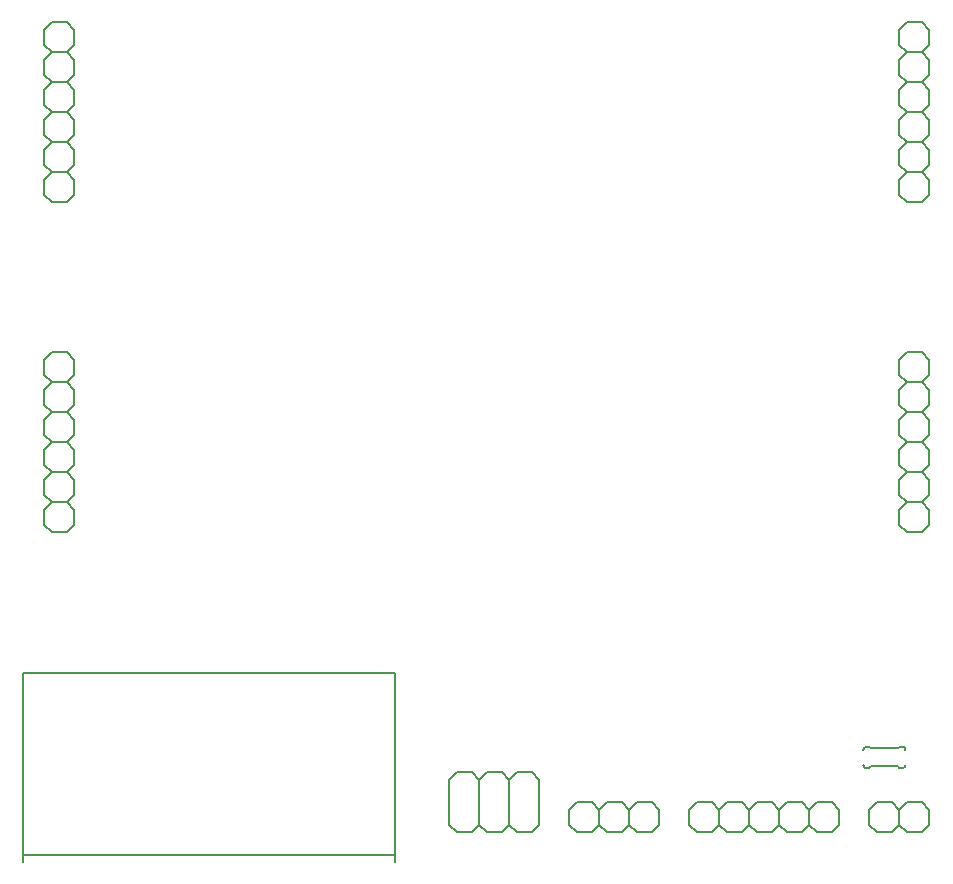
<source format=gto>
G75*
G70*
%OFA0B0*%
%FSLAX24Y24*%
%IPPOS*%
%LPD*%
%AMOC8*
5,1,8,0,0,1.08239X$1,22.5*
%
%ADD10C,0.0050*%
%ADD11C,0.0060*%
D10*
X000400Y002125D02*
X000400Y008425D01*
X012800Y008425D01*
X012800Y002125D01*
X012800Y002375D02*
X000400Y002375D01*
D11*
X001350Y013125D02*
X001100Y013375D01*
X001100Y013875D01*
X001350Y014125D01*
X001100Y014375D01*
X001100Y014875D01*
X001350Y015125D01*
X001850Y015125D01*
X002100Y014875D01*
X002100Y014375D01*
X001850Y014125D01*
X002100Y013875D01*
X002100Y013375D01*
X001850Y013125D01*
X001350Y013125D01*
X001350Y014125D02*
X001850Y014125D01*
X001850Y015125D02*
X002100Y015375D01*
X002100Y015875D01*
X001850Y016125D01*
X002100Y016375D01*
X002100Y016875D01*
X001850Y017125D01*
X002100Y017375D01*
X002100Y017875D01*
X001850Y018125D01*
X002100Y018375D01*
X002100Y018875D01*
X001850Y019125D01*
X001350Y019125D01*
X001100Y018875D01*
X001100Y018375D01*
X001350Y018125D01*
X001850Y018125D01*
X001350Y018125D02*
X001100Y017875D01*
X001100Y017375D01*
X001350Y017125D01*
X001850Y017125D01*
X001350Y017125D02*
X001100Y016875D01*
X001100Y016375D01*
X001350Y016125D01*
X001850Y016125D01*
X001350Y016125D02*
X001100Y015875D01*
X001100Y015375D01*
X001350Y015125D01*
X001350Y024125D02*
X001100Y024375D01*
X001100Y024875D01*
X001350Y025125D01*
X001100Y025375D01*
X001100Y025875D01*
X001350Y026125D01*
X001850Y026125D01*
X002100Y025875D01*
X002100Y025375D01*
X001850Y025125D01*
X002100Y024875D01*
X002100Y024375D01*
X001850Y024125D01*
X001350Y024125D01*
X001350Y025125D02*
X001850Y025125D01*
X001850Y026125D02*
X002100Y026375D01*
X002100Y026875D01*
X001850Y027125D01*
X002100Y027375D01*
X002100Y027875D01*
X001850Y028125D01*
X002100Y028375D01*
X002100Y028875D01*
X001850Y029125D01*
X002100Y029375D01*
X002100Y029875D01*
X001850Y030125D01*
X001350Y030125D01*
X001100Y029875D01*
X001100Y029375D01*
X001350Y029125D01*
X001850Y029125D01*
X001350Y029125D02*
X001100Y028875D01*
X001100Y028375D01*
X001350Y028125D01*
X001850Y028125D01*
X001350Y028125D02*
X001100Y027875D01*
X001100Y027375D01*
X001350Y027125D01*
X001850Y027125D01*
X001350Y027125D02*
X001100Y026875D01*
X001100Y026375D01*
X001350Y026125D01*
X014850Y005125D02*
X015350Y005125D01*
X015600Y004875D01*
X015600Y003375D01*
X015850Y003125D01*
X016350Y003125D01*
X016600Y003375D01*
X016850Y003125D01*
X017350Y003125D01*
X017600Y003375D01*
X017600Y004875D01*
X017350Y005125D01*
X016850Y005125D01*
X016600Y004875D01*
X016600Y003375D01*
X015600Y003375D02*
X015350Y003125D01*
X014850Y003125D01*
X014600Y003375D01*
X014600Y004875D01*
X014850Y005125D01*
X015600Y004875D02*
X015850Y005125D01*
X016350Y005125D01*
X016600Y004875D01*
X018600Y003875D02*
X018600Y003375D01*
X018850Y003125D01*
X019350Y003125D01*
X019600Y003375D01*
X019850Y003125D01*
X020350Y003125D01*
X020600Y003375D01*
X020850Y003125D01*
X021350Y003125D01*
X021600Y003375D01*
X021600Y003875D01*
X021350Y004125D01*
X020850Y004125D01*
X020600Y003875D01*
X020600Y003375D01*
X020600Y003875D02*
X020350Y004125D01*
X019850Y004125D01*
X019600Y003875D01*
X019600Y003375D01*
X019600Y003875D02*
X019350Y004125D01*
X018850Y004125D01*
X018600Y003875D01*
X022600Y003875D02*
X022600Y003375D01*
X022850Y003125D01*
X023350Y003125D01*
X023600Y003375D01*
X023600Y003875D01*
X023350Y004125D01*
X022850Y004125D01*
X022600Y003875D01*
X023600Y003875D02*
X023850Y004125D01*
X024350Y004125D01*
X024600Y003875D01*
X024850Y004125D01*
X025350Y004125D01*
X025600Y003875D01*
X025850Y004125D01*
X026350Y004125D01*
X026600Y003875D01*
X026850Y004125D01*
X027350Y004125D01*
X027600Y003875D01*
X027600Y003375D01*
X027350Y003125D01*
X026850Y003125D01*
X026600Y003375D01*
X026350Y003125D01*
X025850Y003125D01*
X025600Y003375D01*
X025600Y003875D01*
X025600Y003375D02*
X025350Y003125D01*
X024850Y003125D01*
X024600Y003375D01*
X024350Y003125D01*
X023850Y003125D01*
X023600Y003375D01*
X024600Y003375D02*
X024600Y003875D01*
X026600Y003875D02*
X026600Y003375D01*
X028500Y005275D02*
X028600Y005275D01*
X028650Y005325D01*
X029550Y005325D01*
X029600Y005275D01*
X029700Y005275D01*
X029717Y005277D01*
X029734Y005281D01*
X029750Y005288D01*
X029764Y005298D01*
X029777Y005311D01*
X029787Y005325D01*
X029794Y005341D01*
X029798Y005358D01*
X029800Y005375D01*
X029800Y005875D02*
X029798Y005892D01*
X029794Y005909D01*
X029787Y005925D01*
X029777Y005939D01*
X029764Y005952D01*
X029750Y005962D01*
X029734Y005969D01*
X029717Y005973D01*
X029700Y005975D01*
X029600Y005975D01*
X029550Y005925D01*
X028650Y005925D01*
X028600Y005975D01*
X028500Y005975D01*
X028483Y005973D01*
X028466Y005969D01*
X028450Y005962D01*
X028436Y005952D01*
X028423Y005939D01*
X028413Y005925D01*
X028406Y005909D01*
X028402Y005892D01*
X028400Y005875D01*
X028400Y005375D02*
X028402Y005358D01*
X028406Y005341D01*
X028413Y005325D01*
X028423Y005311D01*
X028436Y005298D01*
X028450Y005288D01*
X028466Y005281D01*
X028483Y005277D01*
X028500Y005275D01*
X028850Y004125D02*
X029350Y004125D01*
X029600Y003875D01*
X029850Y004125D01*
X030350Y004125D01*
X030600Y003875D01*
X030600Y003375D01*
X030350Y003125D01*
X029850Y003125D01*
X029600Y003375D01*
X029350Y003125D01*
X028850Y003125D01*
X028600Y003375D01*
X028600Y003875D01*
X028850Y004125D01*
X029600Y003875D02*
X029600Y003375D01*
X029850Y013125D02*
X029600Y013375D01*
X029600Y013875D01*
X029850Y014125D01*
X029600Y014375D01*
X029600Y014875D01*
X029850Y015125D01*
X030350Y015125D01*
X030600Y014875D01*
X030600Y014375D01*
X030350Y014125D01*
X030600Y013875D01*
X030600Y013375D01*
X030350Y013125D01*
X029850Y013125D01*
X029850Y014125D02*
X030350Y014125D01*
X030350Y015125D02*
X030600Y015375D01*
X030600Y015875D01*
X030350Y016125D01*
X030600Y016375D01*
X030600Y016875D01*
X030350Y017125D01*
X030600Y017375D01*
X030600Y017875D01*
X030350Y018125D01*
X030600Y018375D01*
X030600Y018875D01*
X030350Y019125D01*
X029850Y019125D01*
X029600Y018875D01*
X029600Y018375D01*
X029850Y018125D01*
X030350Y018125D01*
X029850Y018125D02*
X029600Y017875D01*
X029600Y017375D01*
X029850Y017125D01*
X030350Y017125D01*
X029850Y017125D02*
X029600Y016875D01*
X029600Y016375D01*
X029850Y016125D01*
X030350Y016125D01*
X029850Y016125D02*
X029600Y015875D01*
X029600Y015375D01*
X029850Y015125D01*
X029850Y024125D02*
X029600Y024375D01*
X029600Y024875D01*
X029850Y025125D01*
X029600Y025375D01*
X029600Y025875D01*
X029850Y026125D01*
X029600Y026375D01*
X029600Y026875D01*
X029850Y027125D01*
X029600Y027375D01*
X029600Y027875D01*
X029850Y028125D01*
X029600Y028375D01*
X029600Y028875D01*
X029850Y029125D01*
X029600Y029375D01*
X029600Y029875D01*
X029850Y030125D01*
X030350Y030125D01*
X030600Y029875D01*
X030600Y029375D01*
X030350Y029125D01*
X030600Y028875D01*
X030600Y028375D01*
X030350Y028125D01*
X029850Y028125D01*
X030350Y028125D02*
X030600Y027875D01*
X030600Y027375D01*
X030350Y027125D01*
X030600Y026875D01*
X030600Y026375D01*
X030350Y026125D01*
X030600Y025875D01*
X030600Y025375D01*
X030350Y025125D01*
X030600Y024875D01*
X030600Y024375D01*
X030350Y024125D01*
X029850Y024125D01*
X029850Y025125D02*
X030350Y025125D01*
X030350Y026125D02*
X029850Y026125D01*
X029850Y027125D02*
X030350Y027125D01*
X030350Y029125D02*
X029850Y029125D01*
M02*

</source>
